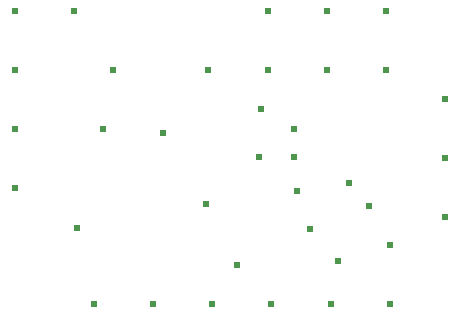
<source format=gbr>
G04*
G04 #@! TF.GenerationSoftware,Altium Limited,Altium Designer,25.8.1 (18)*
G04*
G04 Layer_Color=8388736*
%FSLAX25Y25*%
%MOIN*%
G70*
G04*
G04 #@! TF.SameCoordinates,56A1E367-760B-4AC4-8A34-0993C94A04D8*
G04*
G04*
G04 #@! TF.FilePolarity,Positive*
G04*
G01*
G75*
%ADD49C,0.02400*%
D49*
X424476Y363707D02*
D03*
X399500Y380000D02*
D03*
X327348Y356427D02*
D03*
X352685Y331000D02*
D03*
X333000D02*
D03*
X306403Y369684D02*
D03*
X370180Y364165D02*
D03*
X372370Y331000D02*
D03*
X306403Y389369D02*
D03*
X335931D02*
D03*
X306403Y409054D02*
D03*
Y428739D02*
D03*
X326088D02*
D03*
X339182Y409054D02*
D03*
X371041D02*
D03*
X411740Y331000D02*
D03*
X392055D02*
D03*
X405000Y355987D02*
D03*
X431425Y331000D02*
D03*
Y350685D02*
D03*
X449781Y359841D02*
D03*
X399500Y389369D02*
D03*
X390726Y409054D02*
D03*
Y428739D02*
D03*
X449781Y379526D02*
D03*
Y399211D02*
D03*
X410411Y409054D02*
D03*
Y428739D02*
D03*
X430096Y409054D02*
D03*
Y428739D02*
D03*
X418000Y371240D02*
D03*
X388546Y396000D02*
D03*
X414275Y345258D02*
D03*
X380565Y343811D02*
D03*
X400411Y368574D02*
D03*
X388046Y380000D02*
D03*
X356000Y388015D02*
D03*
M02*

</source>
